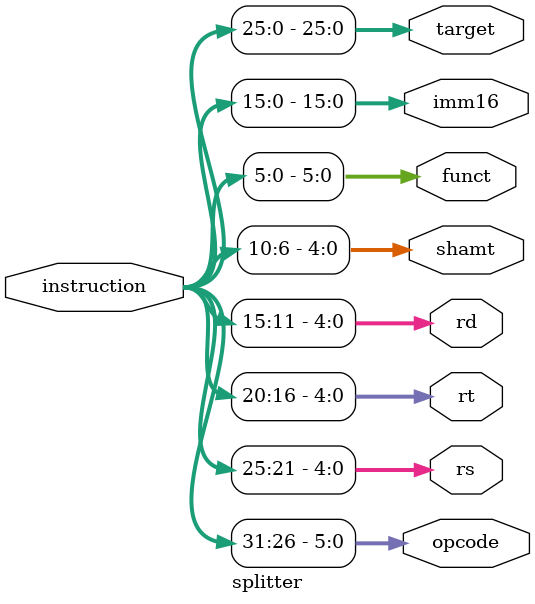
<source format=v>
/*
  Splitter := Split `Instruction`
    => [[Attention:]]
      => This module will split `Instruction` in all possible ways.
*/


module splitter (
    input  [31:0] instruction,
    output [ 5:0] opcode,
    output [ 4:0] rs,
    output [ 4:0] rt,
    output [ 4:0] rd,
    output [ 4:0] shamt,
    output [ 5:0] funct,
    output [15:0] imm16,
    output [25:0] target
);

  // RType
  assign opcode = instruction[31:26];
  assign rs = instruction[25:21];
  assign rt = instruction[20:16];
  assign rd = instruction[15:11];
  assign shamt = instruction[10:6];
  assign funct = instruction[5:0];
  // IType
  assign imm16 = instruction[15:0];
  // JType
  assign target = instruction[25:0];

endmodule

</source>
